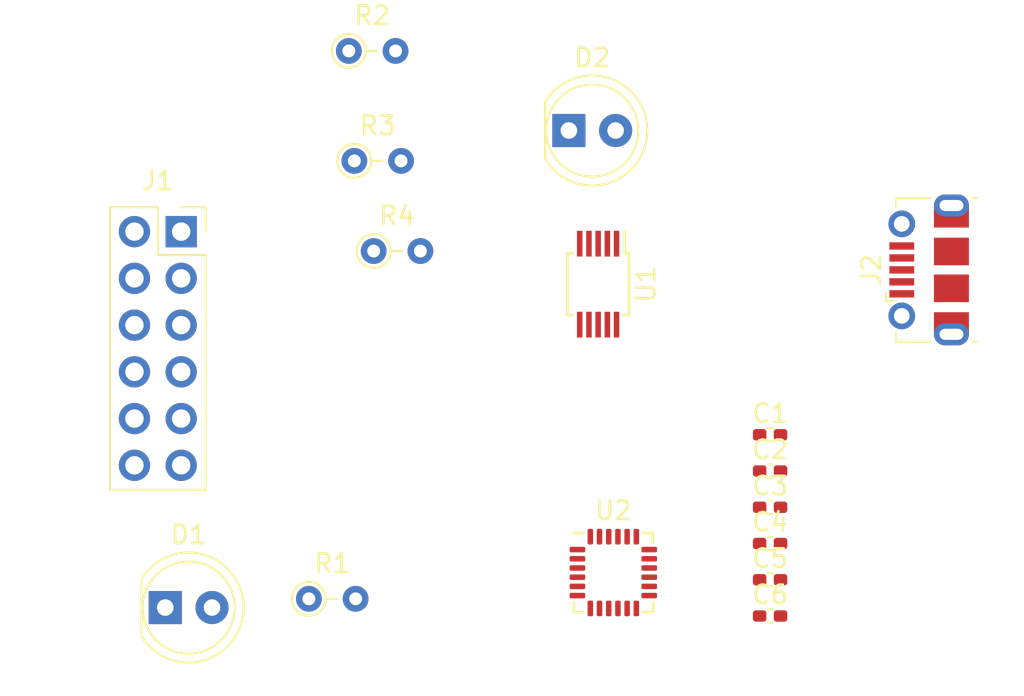
<source format=kicad_pcb>
(kicad_pcb (version 20221018) (generator pcbnew)
  (layers (0 "F.Cu" signal) (31 "B.Cu" signal) (34 "B.Paste" user) (35 "F.Paste" user) (36 "B.SilkS" user "B.Silkscreen") (37 "F.SilkS" user "F.Silkscreen") (38 "B.Mask" user) (39 "F.Mask" user) (44 "Edge.Cuts" user))
  (net 0 "")
  (net 1 "GND")
  (net 2 "Net-(J2-VBUS)")
  (net 3 "Net-(U1-V3)")
  (net 4 "+3.3V")
  (net 5 "Net-(U2-REGOUT)")
  (net 6 "Net-(U2-CPOUT)")
  (net 7 "Net-(D1-K)")
  (net 8 "Net-(D2-K)")
  (net 9 "Net-(D2-A)")
  (net 10 "/I2C_SCL")
  (net 11 "/12C_SDA")
  (net 12 "/IMU_INT")
  (net 13 "/UART_TX")
  (net 14 "/UART_NCTS")
  (net 15 "/UART_RX")
  (net 16 "/UART_NRTS")
  (net 17 "Net-(J2-D-)")
  (net 18 "Net-(J2-D+)")
  (footprint "Capacitor_SMD:C_0402_1005Metric_Pad0.74x0.62mm_HandSolder" (layer "F.Cu") (at 135.42 85.545)
    (fp_text reference "C4" (at 0 -1.16) (layer "F.SilkS"))
    (fp_text value "100n")
    (fp_line (start -0.115835 -0.36) (end 0.115835 -0.36) (stroke (width 0.12)) (layer "F.SilkS"))
    (fp_line (start -0.115835 0.36) (end 0.115835 0.36) (stroke (width 0.12)) (layer "F.SilkS"))
    (pad "1" smd roundrect (at -0.5675 0) (size 0.735 0.62) (layers "F.Cu" "F.Paste" "F.Mask") (net 1 "GND"))
    (pad "2" smd roundrect (at 0.5675 0) (size 0.735 0.62) (layers "F.Cu" "F.Paste" "F.Mask") (net 4 "+3.3V"))
  )
  (footprint "Capacitor_SMD:C_0402_1005Metric_Pad0.74x0.62mm_HandSolder" (layer "F.Cu") (at 135.42 89.485)
    (fp_text reference "C6" (at 0 -1.16) (layer "F.SilkS"))
    (fp_text value "2.2n")
    (fp_line (start -0.115835 -0.36) (end 0.115835 -0.36) (stroke (width 0.12)) (layer "F.SilkS"))
    (fp_line (start -0.115835 0.36) (end 0.115835 0.36) (stroke (width 0.12)) (layer "F.SilkS"))
    (pad "1" smd roundrect (at -0.5675 0) (size 0.735 0.62) (layers "F.Cu" "F.Paste" "F.Mask") (net 1 "GND"))
    (pad "2" smd roundrect (at 0.5675 0) (size 0.735 0.62) (layers "F.Cu" "F.Paste" "F.Mask") (net 6 "Net-(U2-CPOUT)"))
  )
  (footprint "Capacitor_SMD:C_0402_1005Metric_Pad0.74x0.62mm_HandSolder" (layer "F.Cu") (at 135.42 83.575)
    (fp_text reference "C3" (at 0 -1.16) (layer "F.SilkS"))
    (fp_text value "100n")
    (fp_line (start -0.115835 -0.36) (end 0.115835 -0.36) (stroke (width 0.12)) (layer "F.SilkS"))
    (fp_line (start -0.115835 0.36) (end 0.115835 0.36) (stroke (width 0.12)) (layer "F.SilkS"))
    (pad "1" smd roundrect (at -0.5675 0) (size 0.735 0.62) (layers "F.Cu" "F.Paste" "F.Mask") (net 1 "GND"))
    (pad "2" smd roundrect (at 0.5675 0) (size 0.735 0.62) (layers "F.Cu" "F.Paste" "F.Mask") (net 4 "+3.3V"))
  )
  (footprint "Resistor_THT:R_Axial_DIN0204_L3.6mm_D1.6mm_P2.54mm_Vertical" (layer "F.Cu") (at 112.525 58.775)
    (fp_text reference "R2" (at 1.27 -1.92) (layer "F.SilkS"))
    (fp_text value "1K")
    (fp_line (start 0.92 0) (end 1.54 0) (stroke (width 0.12)) (layer "F.SilkS"))
    (fp_circle (center 0 0) (end 0.92 0) (stroke (width 0.12)) (fill none) (layer "F.SilkS"))
    (pad "1" thru_hole circle (at 0 0) (size 1.4 1.4) (drill 0.7) (layers "*.Cu" "*.Mask") (net 7 "Net-(D1-K)"))
    (pad "2" thru_hole oval (at 2.54 0) (size 1.4 1.4) (drill 0.7) (layers "*.Cu" "*.Mask") (net 1 "GND"))
  )
  (footprint "Connector_PinSocket_2.54mm:PinSocket_2x06_P2.54mm_Vertical" (layer "F.Cu") (at 103.415 68.595)
    (fp_text reference "J1" (at -1.27 -2.77) (layer "F.SilkS"))
    (fp_text value "Conn_02x06_Odd_Even")
    (fp_line (start -3.87 -1.33) (end -3.87 14.03) (stroke (width 0.12)) (layer "F.SilkS"))
    (fp_line (start -3.87 -1.33) (end -1.27 -1.33) (stroke (width 0.12)) (layer "F.SilkS"))
    (fp_line (start -3.87 14.03) (end 1.33 14.03) (stroke (width 0.12)) (layer "F.SilkS"))
    (fp_line (start -1.27 -1.33) (end -1.27 1.27) (stroke (width 0.12)) (layer "F.SilkS"))
    (fp_line (start -1.27 1.27) (end 1.33 1.27) (stroke (width 0.12)) (layer "F.SilkS"))
    (fp_line (start 0 -1.33) (end 1.33 -1.33) (stroke (width 0.12)) (layer "F.SilkS"))
    (fp_line (start 1.33 -1.33) (end 1.33 0) (stroke (width 0.12)) (layer "F.SilkS"))
    (fp_line (start 1.33 1.27) (end 1.33 14.03) (stroke (width 0.12)) (layer "F.SilkS"))
    (pad "1" thru_hole rect (at 0 0) (size 1.7 1.7) (drill 1) (layers "*.Cu" "*.Mask") (net 4 "+3.3V"))
    (pad "2" thru_hole oval (at -2.54 0) (size 1.7 1.7) (drill 1) (layers "*.Cu" "*.Mask") (net 4 "+3.3V"))
    (pad "3" thru_hole oval (at 0 2.54) (size 1.7 1.7) (drill 1) (layers "*.Cu" "*.Mask") (net 1 "GND"))
    (pad "4" thru_hole oval (at -2.54 2.54) (size 1.7 1.7) (drill 1) (layers "*.Cu" "*.Mask") (net 1 "GND"))
    (pad "5" thru_hole oval (at 0 5.08) (size 1.7 1.7) (drill 1) (layers "*.Cu" "*.Mask") (net 10 "/I2C_SCL"))
    (pad "6" thru_hole oval (at -2.54 5.08) (size 1.7 1.7) (drill 1) (layers "*.Cu" "*.Mask") (net 11 "/12C_SDA"))
    (pad "7" thru_hole oval (at 0 7.62) (size 1.7 1.7) (drill 1) (layers "*.Cu" "*.Mask") (net 9 "Net-(D2-A)"))
    (pad "8" thru_hole oval (at -2.54 7.62) (size 1.7 1.7) (drill 1) (layers "*.Cu" "*.Mask") (net 12 "/IMU_INT"))
    (pad "9" thru_hole oval (at 0 10.16) (size 1.7 1.7) (drill 1) (layers "*.Cu" "*.Mask") (net 13 "/UART_TX"))
    (pad "10" thru_hole oval (at -2.54 10.16) (size 1.7 1.7) (drill 1) (layers "*.Cu" "*.Mask") (net 14 "/UART_NCTS"))
    (pad "11" thru_hole oval (at 0 12.7) (size 1.7 1.7) (drill 1) (layers "*.Cu" "*.Mask") (net 15 "/UART_RX"))
    (pad "12" thru_hole oval (at -2.54 12.7) (size 1.7 1.7) (drill 1) (layers "*.Cu" "*.Mask") (net 16 "/UART_NRTS"))
  )
  (footprint "Capacitor_SMD:C_0402_1005Metric_Pad0.74x0.62mm_HandSolder" (layer "F.Cu") (at 135.42 87.515)
    (fp_text reference "C5" (at 0 -1.16) (layer "F.SilkS"))
    (fp_text value "100n")
    (fp_line (start -0.115835 -0.36) (end 0.115835 -0.36) (stroke (width 0.12)) (layer "F.SilkS"))
    (fp_line (start -0.115835 0.36) (end 0.115835 0.36) (stroke (width 0.12)) (layer "F.SilkS"))
    (pad "1" smd roundrect (at -0.5675 0) (size 0.735 0.62) (layers "F.Cu" "F.Paste" "F.Mask") (net 1 "GND"))
    (pad "2" smd roundrect (at 0.5675 0) (size 0.735 0.62) (layers "F.Cu" "F.Paste" "F.Mask") (net 5 "Net-(U2-REGOUT)"))
  )
  (footprint "Package_SO:MSOP-10_3x3mm_P0.5mm" (layer "F.Cu") (at 126.075 71.45 -90)
    (fp_text reference "U1" (at 0 -2.6 90) (layer "F.SilkS"))
    (fp_text value "CH340E")
    (fp_line (start -1.675 -1.675) (end -1.675 -1.45) (stroke (width 0.15)) (layer "F.SilkS"))
    (fp_line (start -1.675 -1.675) (end 1.675 -1.675) (stroke (width 0.15)) (layer "F.SilkS"))
    (fp_line (start -1.675 -1.45) (end -2.9 -1.45) (stroke (width 0.15)) (layer "F.SilkS"))
    (fp_line (start -1.675 1.675) (end -1.675 1.375) (stroke (width 0.15)) (layer "F.SilkS"))
    (fp_line (start -1.675 1.675) (end 1.675 1.675) (stroke (width 0.15)) (layer "F.SilkS"))
    (fp_line (start 1.675 -1.675) (end 1.675 -1.375) (stroke (width 0.15)) (layer "F.SilkS"))
    (fp_line (start 1.675 1.675) (end 1.675 1.375) (stroke (width 0.15)) (layer "F.SilkS"))
    (pad "1" smd rect (at -2.2 -1 270) (size 1.4 0.3) (layers "F.Cu" "F.Paste" "F.Mask") (net 18 "Net-(J2-D+)"))
    (pad "2" smd rect (at -2.2 -0.5 270) (size 1.4 0.3) (layers "F.Cu" "F.Paste" "F.Mask") (net 17 "Net-(J2-D-)"))
    (pad "3" smd rect (at -2.2 0 270) (size 1.4 0.3) (layers "F.Cu" "F.Paste" "F.Mask") (net 1 "GND"))
    (pad "4" smd rect (at -2.2 0.5 270) (size 1.4 0.3) (layers "F.Cu" "F.Paste" "F.Mask") (net 16 "/UART_NRTS"))
    (pad "5" smd rect (at -2.2 1 270) (size 1.4 0.3) (layers "F.Cu" "F.Paste" "F.Mask") (net 14 "/UART_NCTS"))
    (pad "6" smd rect (at 2.2 1 270) (size 1.4 0.3) (layers "F.Cu" "F.Paste" "F.Mask"))
    (pad "7" smd rect (at 2.2 0.5 270) (size 1.4 0.3) (layers "F.Cu" "F.Paste" "F.Mask") (net 2 "Net-(J2-VBUS)"))
    (pad "8" smd rect (at 2.2 0 270) (size 1.4 0.3) (layers "F.Cu" "F.Paste" "F.Mask") (net 13 "/UART_TX"))
    (pad "9" smd rect (at 2.2 -0.5 270) (size 1.4 0.3) (layers "F.Cu" "F.Paste" "F.Mask") (net 15 "/UART_RX"))
    (pad "10" smd rect (at 2.2 -1 270) (size 1.4 0.3) (layers "F.Cu" "F.Paste" "F.Mask") (net 3 "Net-(U1-V3)"))
  )
  (footprint "Resistor_THT:R_Axial_DIN0204_L3.6mm_D1.6mm_P2.54mm_Vertical" (layer "F.Cu") (at 110.355 88.55)
    (fp_text reference "R1" (at 1.27 -1.92) (layer "F.SilkS"))
    (fp_text value "1K")
    (fp_line (start 0.92 0) (end 1.54 0) (stroke (width 0.12)) (layer "F.SilkS"))
    (fp_circle (center 0 0) (end 0.92 0) (stroke (width 0.12)) (fill none) (layer "F.SilkS"))
    (pad "1" thru_hole circle (at 0 0) (size 1.4 1.4) (drill 0.7) (layers "*.Cu" "*.Mask") (net 8 "Net-(D2-K)"))
    (pad "2" thru_hole oval (at 2.54 0) (size 1.4 1.4) (drill 0.7) (layers "*.Cu" "*.Mask") (net 1 "GND"))
  )
  (footprint "LED_THT:LED_D5.0mm_IRBlack" (layer "F.Cu") (at 102.55 89.025)
    (fp_text reference "D1" (at 1.27 -3.96) (layer "F.SilkS"))
    (fp_text value "RED")
    (fp_line (start -1.29 -1.545) (end -1.29 1.545) (stroke (width 0.12)) (layer "F.SilkS"))
    (fp_arc (start -1.29 -1.54483) (mid 2.072002 -2.880433) (end 4.26 0.000462) (stroke (width 0.12)) (layer "F.SilkS"))
    (fp_arc (start 4.26 -0.000462) (mid 2.072002 2.880433) (end -1.29 1.54483) (stroke (width 0.12)) (layer "F.SilkS"))
    (fp_circle (center 1.27 0) (end 3.77 0) (stroke (width 0.12)) (fill none) (layer "F.SilkS"))
    (pad "1" thru_hole rect (at 0 0) (size 1.8 1.8) (drill 0.9) (layers "*.Cu" "*.Mask") (net 7 "Net-(D1-K)"))
    (pad "2" thru_hole circle (at 2.54 0) (size 1.8 1.8) (drill 0.9) (layers "*.Cu" "*.Mask") (net 4 "+3.3V"))
  )
  (footprint "Sensor_Motion:InvenSense_QFN-24_4x4mm_P0.5mm" (layer "F.Cu") (at 126.9 87.125)
    (fp_text reference "U2" (at 0 -3.375) (layer "F.SilkS"))
    (fp_text value "MPU-6050")
    (fp_line (start -2.15 -2.15) (end -1.625 -2.15) (stroke (width 0.15)) (layer "F.SilkS"))
    (fp_line (start -2.15 2.15) (end -2.15 1.625) (stroke (width 0.15)) (layer "F.SilkS"))
    (fp_line (start -2.15 2.15) (end -1.625 2.15) (stroke (width 0.15)) (layer "F.SilkS"))
    (fp_line (start 2.15 -2.15) (end 1.625 -2.15) (stroke (width 0.15)) (layer "F.SilkS"))
    (fp_line (start 2.15 -2.15) (end 2.15 -1.625) (stroke (width 0.15)) (layer "F.SilkS"))
    (fp_line (start 2.15 2.15) (end 1.625 2.15) (stroke (width 0.15)) (layer "F.SilkS"))
    (fp_line (start 2.15 2.15) (end 2.15 1.625) (stroke (width 0.15)) (layer "F.SilkS"))
    (pad "1" smd roundrect (at -1.95 -1.25) (size 0.85 0.3) (layers "F.Cu" "F.Paste" "F.Mask") (net 1 "GND"))
    (pad "2" smd roundrect (at -1.95 -0.75) (size 0.85 0.3) (layers "F.Cu" "F.Paste" "F.Mask"))
    (pad "3" smd roundrect (at -1.95 -0.25) (size 0.85 0.3) (layers "F.Cu" "F.Paste" "F.Mask"))
    (pad "4" smd roundrect (at -1.95 0.25) (size 0.85 0.3) (layers "F.Cu" "F.Paste" "F.Mask"))
    (pad "5" smd roundrect (at -1.95 0.75) (size 0.85 0.3) (layers "F.Cu" "F.Paste" "F.Mask"))
    (pad "6" smd roundrect (at -1.95 1.25) (size 0.85 0.3) (layers "F.Cu" "F.Paste" "F.Mask"))
    (pad "7" smd roundrect (at -1.25 1.95 90) (size 0.85 0.3) (layers "F.Cu" "F.Paste" "F.Mask"))
    (pad "8" smd roundrect (at -0.75 1.95 90) (size 0.85 0.3) (layers "F.Cu" "F.Paste" "F.Mask") (net 4 "+3.3V"))
    (pad "9" smd roundrect (at -0.25 1.95 90) (size 0.85 0.3) (layers "F.Cu" "F.Paste" "F.Mask") (net 1 "GND"))
    (pad "10" smd roundrect (at 0.25 1.95 90) (size 0.85 0.3) (layers "F.Cu" "F.Paste" "F.Mask") (net 5 "Net-(U2-REGOUT)"))
    (pad "11" smd roundrect (at 0.75 1.95 90) (size 0.85 0.3) (layers "F.Cu" "F.Paste" "F.Mask") (net 1 "GND"))
    (pad "12" smd roundrect (at 1.25 1.95 90) (size 0.85 0.3) (layers "F.Cu" "F.Paste" "F.Mask") (net 12 "/IMU_INT"))
    (pad "13" smd roundrect (at 1.95 1.25) (size 0.85 0.3) (layers "F.Cu" "F.Paste" "F.Mask") (net 4 "+3.3V"))
    (pad "14" smd roundrect (at 1.95 0.75) (size 0.85 0.3) (layers "F.Cu" "F.Paste" "F.Mask"))
    (pad "15" smd roundrect (at 1.95 0.25) (size 0.85 0.3) (layers "F.Cu" "F.Paste" "F.Mask"))
    (pad "16" smd roundrect (at 1.95 -0.25) (size 0.85 0.3) (layers "F.Cu" "F.Paste" "F.Mask"))
    (pad "17" smd roundrect (at 1.95 -0.75) (size 0.85 0.3) (layers "F.Cu" "F.Paste" "F.Mask"))
    (pad "18" smd roundrect (at 1.95 -1.25) (size 0.85 0.3) (layers "F.Cu" "F.Paste" "F.Mask") (net 1 "GND"))
    (pad "19" smd roundrect (at 1.25 -1.95 90) (size 0.85 0.3) (layers "F.Cu" "F.Paste" "F.Mask"))
    (pad "20" smd roundrect (at 0.75 -1.95 90) (size 0.85 0.3) (layers "F.Cu" "F.Paste" "F.Mask") (net 6 "Net-(U2-CPOUT)"))
    (pad "21" smd roundrect (at 0.25 -1.95 90) (size 0.85 0.3) (layers "F.Cu" "F.Paste" "F.Mask"))
    (pad "22" smd roundrect (at -0.25 -1.95 90) (size 0.85 0.3) (layers "F.Cu" "F.Paste" "F.Mask"))
    (pad "23" smd roundrect (at -0.75 -1.95 90) (size 0.85 0.3) (layers "F.Cu" "F.Paste" "F.Mask") (net 10 "/I2C_SCL"))
    (pad "24" smd roundrect (at -1.25 -1.95 90) (size 0.85 0.3) (layers "F.Cu" "F.Paste" "F.Mask") (net 11 "/12C_SDA"))
  )
  (footprint "Resistor_THT:R_Axial_DIN0204_L3.6mm_D1.6mm_P2.54mm_Vertical" (layer "F.Cu") (at 113.875 69.65)
    (fp_text reference "R4" (at 1.27 -1.92) (layer "F.SilkS"))
    (fp_text value "2k2")
    (fp_line (start 0.92 0) (end 1.54 0) (stroke (width 0.12)) (layer "F.SilkS"))
    (fp_circle (center 0 0) (end 0.92 0) (stroke (width 0.12)) (fill none) (layer "F.SilkS"))
    (pad "1" thru_hole circle (at 0 0) (size 1.4 1.4) (drill 0.7) (layers "*.Cu" "*.Mask") (net 4 "+3.3V"))
    (pad "2" thru_hole oval (at 2.54 0) (size 1.4 1.4) (drill 0.7) (layers "*.Cu" "*.Mask") (net 11 "/12C_SDA"))
  )
  (footprint "Connector_USB:USB_Micro-B_Molex-105017-0001" (layer "F.Cu") (at 144.0375 70.675 90)
    (fp_text reference "J2" (at 0 -3.1125 90) (layer "F.SilkS"))
    (fp_text value "USB_B_Micro")
    (fp_line (start -3.9 -1.7625) (end -3.45 -1.7625) (stroke (width 0.12)) (layer "F.SilkS"))
    (fp_line (start -3.9 0.0875) (end -3.9 -1.7625) (stroke (width 0.12)) (layer "F.SilkS"))
    (fp_line (start -3.9 2.6375) (end -3.9 2.3875) (stroke (width 0.12)) (layer "F.SilkS"))
    (fp_line (start -1.7 -2.3125) (end -1.7 -1.8625) (stroke (width 0.12)) (layer "F.SilkS"))
    (fp_line (start -1.7 -2.3125) (end -1.25 -2.3125) (stroke (width 0.12)) (layer "F.SilkS"))
    (fp_line (start 3.9 -1.7625) (end 3.45 -1.7625) (stroke (width 0.12)) (layer "F.SilkS"))
    (fp_line (start 3.9 0.0875) (end 3.9 -1.7625) (stroke (width 0.12)) (layer "F.SilkS"))
    (fp_line (start 3.9 2.6375) (end 3.9 2.3875) (stroke (width 0.12)) (layer "F.SilkS"))
    (pad "1" smd rect (at -1.3 -1.4625 90) (size 0.4 1.35) (layers "F.Cu" "F.Paste" "F.Mask") (net 2 "Net-(J2-VBUS)"))
    (pad "2" smd rect (at -0.65 -1.4625 90) (size 0.4 1.35) (layers "F.Cu" "F.Paste" "F.Mask") (net 17 "Net-(J2-D-)"))
    (pad "3" smd rect (at 0 -1.4625 90) (size 0.4 1.35) (layers "F.Cu" "F.Paste" "F.Mask") (net 18 "Net-(J2-D+)"))
    (pad "4" smd rect (at 0.65 -1.4625 90) (size 0.4 1.35) (layers "F.Cu" "F.Paste" "F.Mask"))
    (pad "5" smd rect (at 1.3 -1.4625 90) (size 0.4 1.35) (layers "F.Cu" "F.Paste" "F.Mask") (net 1 "GND"))
    (pad "6" thru_hole oval (at -3.5 1.2375 270) (size 1.2 1.9) (drill oval 0.6 1.3) (layers "*.Cu" "*.Mask"))
    (pad "6" smd rect (at -2.9 1.2375 90) (size 1.2 1.9) (layers "F.Cu" "F.Mask"))
    (pad "6" thru_hole circle (at -2.5 -1.4625 90) (size 1.45 1.45) (drill 0.85) (layers "*.Cu" "*.Mask"))
    (pad "6" smd rect (at -1 1.2375 90) (size 1.5 1.9) (layers "F.Cu" "F.Paste" "F.Mask"))
    (pad "6" smd rect (at 1 1.2375 90) (size 1.5 1.9) (layers "F.Cu" "F.Paste" "F.Mask"))
    (pad "6" thru_hole circle (at 2.5 -1.4625 90) (size 1.45 1.45) (drill 0.85) (layers "*.Cu" "*.Mask"))
    (pad "6" smd rect (at 2.9 1.2375 90) (size 1.2 1.9) (layers "F.Cu" "F.Mask"))
    (pad "6" thru_hole oval (at 3.5 1.2375 90) (size 1.2 1.9) (drill oval 0.6 1.3) (layers "*.Cu" "*.Mask"))
  )
  (footprint "LED_THT:LED_D5.0mm_IRBlack" (layer "F.Cu") (at 124.485 63.1)
    (fp_text reference "D2" (at 1.27 -3.96) (layer "F.SilkS"))
    (fp_text value "BLUE")
    (fp_line (start -1.29 -1.545) (end -1.29 1.545) (stroke (width 0.12)) (layer "F.SilkS"))
    (fp_arc (start -1.29 -1.54483) (mid 2.072002 -2.880433) (end 4.26 0.000462) (stroke (width 0.12)) (layer "F.SilkS"))
    (fp_arc (start 4.26 -0.000462) (mid 2.072002 2.880433) (end -1.29 1.54483) (stroke (width 0.12)) (layer "F.SilkS"))
    (fp_circle (center 1.27 0) (end 3.77 0) (stroke (width 0.12)) (fill none) (layer "F.SilkS"))
    (pad "1" thru_hole rect (at 0 0) (size 1.8 1.8) (drill 0.9) (layers "*.Cu" "*.Mask") (net 8 "Net-(D2-K)"))
    (pad "2" thru_hole circle (at 2.54 0) (size 1.8 1.8) (drill 0.9) (layers "*.Cu" "*.Mask") (net 9 "Net-(D2-A)"))
  )
  (footprint "Capacitor_SMD:C_0402_1005Metric_Pad0.74x0.62mm_HandSolder" (layer "F.Cu") (at 135.42 81.605)
    (fp_text reference "C2" (at 0 -1.16) (layer "F.SilkS"))
    (fp_text value "100n")
    (fp_line (start -0.115835 -0.36) (end 0.115835 -0.36) (stroke (width 0.12)) (layer "F.SilkS"))
    (fp_line (start -0.115835 0.36) (end 0.115835 0.36) (stroke (width 0.12)) (layer "F.SilkS"))
    (pad "1" smd roundrect (at -0.5675 0) (size 0.735 0.62) (layers "F.Cu" "F.Paste" "F.Mask") (net 1 "GND"))
    (pad "2" smd roundrect (at 0.5675 0) (size 0.735 0.62) (layers "F.Cu" "F.Paste" "F.Mask") (net 3 "Net-(U1-V3)"))
  )
  (footprint "Resistor_THT:R_Axial_DIN0204_L3.6mm_D1.6mm_P2.54mm_Vertical" (layer "F.Cu") (at 112.825 64.75)
    (fp_text reference "R3" (at 1.27 -1.92) (layer "F.SilkS"))
    (fp_text value "2k2")
    (fp_line (start 0.92 0) (end 1.54 0) (stroke (width 0.12)) (layer "F.SilkS"))
    (fp_circle (center 0 0) (end 0.92 0) (stroke (width 0.12)) (fill none) (layer "F.SilkS"))
    (pad "1" thru_hole circle (at 0 0) (size 1.4 1.4) (drill 0.7) (layers "*.Cu" "*.Mask") (net 4 "+3.3V"))
    (pad "2" thru_hole oval (at 2.54 0) (size 1.4 1.4) (drill 0.7) (layers "*.Cu" "*.Mask") (net 10 "/I2C_SCL"))
  )
  (footprint "Capacitor_SMD:C_0402_1005Metric_Pad0.74x0.62mm_HandSolder" (layer "F.Cu") (at 135.42 79.635)
    (fp_text reference "C1" (at 0 -1.16) (layer "F.SilkS"))
    (fp_text value "100n")
    (fp_line (start -0.115835 -0.36) (end 0.115835 -0.36) (stroke (width 0.12)) (layer "F.SilkS"))
    (fp_line (start -0.115835 0.36) (end 0.115835 0.36) (stroke (width 0.12)) (layer "F.SilkS"))
    (pad "1" smd roundrect (at -0.5675 0) (size 0.735 0.62) (layers "F.Cu" "F.Paste" "F.Mask") (net 1 "GND"))
    (pad "2" smd roundrect (at 0.5675 0) (size 0.735 0.62) (layers "F.Cu" "F.Paste" "F.Mask") (net 2 "Net-(J2-VBUS)"))
  )
)
</source>
